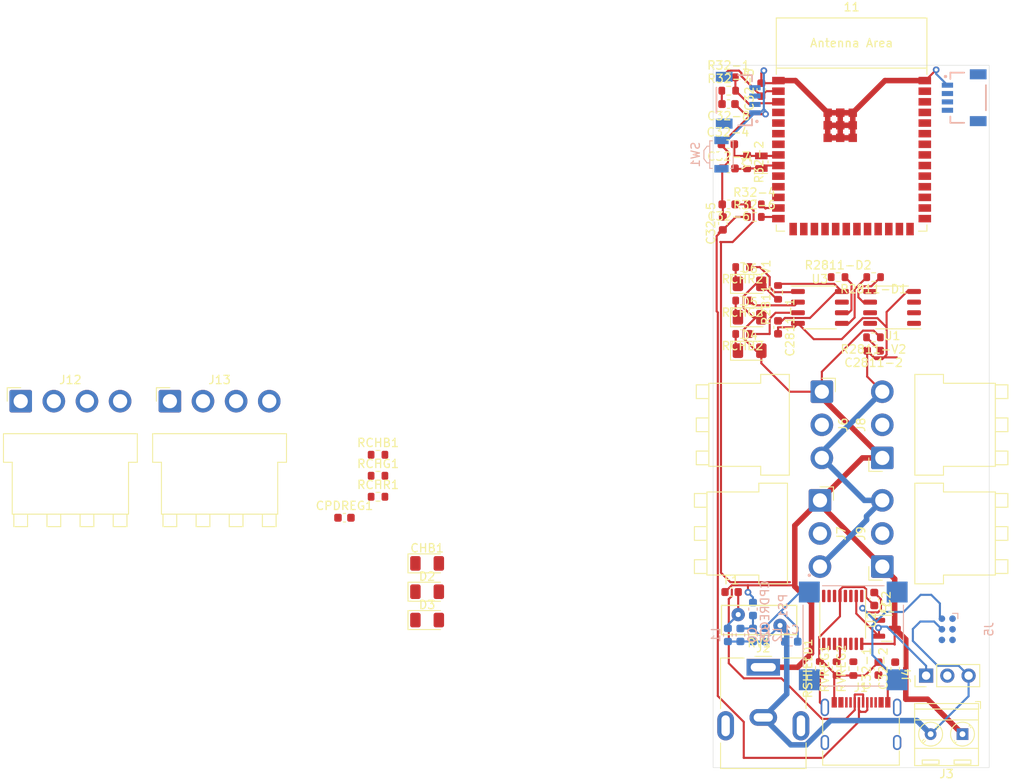
<source format=kicad_pcb>
(kicad_pcb (version 20221018) (generator pcbnew)
  (layers (0 "F.Cu" signal) (31 "B.Cu" signal) (34 "B.Paste" user) (35 "F.Paste" user) (36 "B.SilkS" user "B.Silkscreen") (37 "F.SilkS" user "F.Silkscreen") (38 "B.Mask" user) (39 "F.Mask" user) (44 "Edge.Cuts" user))
  (net 0 "")
  (net 1 "GND")
  (net 2 "+3.3V")
  (net 3 "Net-(11-EN)")
  (net 4 "Net-(11-GPIO4{slash}TOUCH4{slash}ADC1_CH3)")
  (net 5 "Net-(11-GPIO5{slash}TOUCH5{slash}ADC1_CH4)")
  (net 6 "Net-(11-GPIO6{slash}TOUCH6{slash}ADC1_CH5)")
  (net 7 "Net-(11-GPIO7{slash}TOUCH7{slash}ADC1_CH6)")
  (net 8 "Net-(11-GPIO15{slash}U0RTS{slash}ADC2_CH4{slash}XTAL_32K_P)")
  (net 9 "Net-(11-GPIO16{slash}U0CTS{slash}ADC2_CH5{slash}XTAL_32K_N)")
  (net 10 "Net-(11-GPIO17{slash}U1TXD{slash}ADC2_CH6)")
  (net 11 "Net-(11-GPIO18{slash}U1RXD{slash}ADC2_CH7{slash}CLK_OUT3)")
  (net 13 "Net-(11-GPIO19{slash}U1RTS{slash}ADC2_CH8{slash}CLK_OUT2{slash}USB_D-)")
  (net 14 "Net-(11-GPIO20{slash}U1CTS{slash}ADC2_CH9{slash}CLK_OUT1{slash}USB_D+)")
  (net 18 "Net-(11-GPIO10{slash}TOUCH10{slash}ADC1_CH9{slash}FSPICS0{slash}FSPIIO4{slash}SUBSPICS0)")
  (net 19 "Net-(11-GPIO11{slash}TOUCH11{slash}ADC2_CH0{slash}FSPID{slash}FSPIIO5{slash}SUBSPID)")
  (net 20 "Net-(11-GPIO12{slash}TOUCH12{slash}ADC2_CH1{slash}FSPICLK{slash}FSPIIO6{slash}SUBSPICLK)")
  (net 21 "Net-(11-GPIO13{slash}TOUCH13{slash}ADC2_CH2{slash}FSPIQ{slash}FSPIIO7{slash}SUBSPIQ)")
  (net 23 "Net-(11-GPIO21)")
  (net 27 "Net-(11-GPIO0{slash}BOOT)")
  (net 36 "Net-(11-U0RXD{slash}GPIO44{slash}CLK_OUT2)")
  (net 37 "Net-(11-U0TXD{slash}GPIO43{slash}CLK_OUT1)")
  (net 38 "Net-(11-GPIO2{slash}TOUCH2{slash}ADC1_CH1)")
  (net 39 "Net-(11-GPIO1{slash}TOUCH1{slash}ADC1_CH0)")
  (net 40 "Net-(C0-Pad1)")
  (net 41 "Net-(C32-5-Pad1)")
  (net 42 "Net-(C32-6-Pad1)")
  (net 43 "Net-(C32-8-Pad2)")
  (net 44 "Net-(U3-VDD)")
  (net 45 "Net-(U1-VDD)")
  (net 46 "Net-(Q1-D)")
  (net 47 "VDC")
  (net 48 "Net-(D2-K)")
  (net 49 "Net-(D3-K)")
  (net 50 "Net-(D4-K)")
  (net 51 "Net-(D5-K)")
  (net 52 "Net-(D6-K)")
  (net 53 "Net-(F1-Pad2)")
  (net 54 "Net-(J1-CC1)")
  (net 56 "Net-(J1-CC2)")
  (net 58 "Net-(J1-SHIELD)")
  (net 59 "Net-(U2-SEL)")
  (net 60 "Net-(Q1-G)")
  (net 61 "Net-(U1-OUTB)")
  (net 62 "Net-(U1-OUTG)")
  (net 63 "Net-(U1-OUTR)")
  (net 64 "Net-(U3-OUTB)")
  (net 65 "Net-(U3-OUTG)")
  (net 66 "Net-(U3-OUTR)")
  (net 67 "Net-(U1-DIN)")
  (net 68 "Net-(U3-DO)")
  (net 69 "Net-(U3-DIN)")
  (net 79 "Net-(PS1-+VIN)")
  (net 81 "Net-(CHB1-K)")
  (footprint "Resistor_SMD:R_0603_1608Metric" (layer "F.Cu") (at 206.765 118.1625 90)
    (fp_text reference "RVREG2")
    (fp_text value "5.1k")
  )
  (footprint "Capacitor_SMD:C_0603_1608Metric" (layer "F.Cu") (at 209.19 80.1375 180)
    (fp_text reference "C2811-2")
    (fp_text value "100nF")
  )
  (footprint "Resistor_SMD:R_0603_1608Metric" (layer "F.Cu") (at 194.94 62.6375)
    (fp_text reference "R32-4")
    (fp_text value "R_US")
  )
  (footprint "Resistor_SMD:R_0603_1608Metric" (layer "F.Cu") (at 149.945 97.605)
    (fp_text reference "RCHR1")
    (fp_text value "R_US")
  )
  (footprint "Resistor_SMD:R_0603_1608Metric" (layer "F.Cu") (at 193.525 74.1375 180)
    (fp_text reference "RCHG2")
    (fp_text value "R_US")
  )
  (footprint "Crystal:Crystal_SMD_MicroCrystal_CC8V-T1A-2Pin_2.0x1.2mm" (layer "F.Cu") (at 195.765 57.5875 90)
    (fp_text reference "Y1")
    (fp_text value "Crystal")
  )
  (footprint "Connector_JST:JST_VH_B4PS-VH_1x04_P3.96mm_Horizontal" (layer "F.Cu") (at 107.235 86.175)
    (fp_text reference "J12")
    (fp_text value "Conn_01x04_Male")
  )
  (footprint "PCM_Espressif:ESP32-S3-WROOM-2" (layer "F.Cu") (at 206.555 56.0875)
    (fp_text reference "11")
    (fp_text value "ESP32-S3-WROOM-2")
  )
  (footprint "Fuse:Fuse_0603_1608Metric" (layer "F.Cu") (at 192.2125 109)
    (fp_text reference "F1")
    (fp_text value "Fuse")
  )
  (footprint "Resistor_SMD:R_0603_1608Metric" (layer "F.Cu") (at 204.94 71.3375)
    (fp_text reference "R2811-D2")
    (fp_text value "33")
  )
  (footprint "Capacitor_SMD:C_0603_1608Metric" (layer "F.Cu") (at 211.765 118.1625 90)
    (fp_text reference "C32-2")
    (fp_text value "1uF")
  )
  (footprint "Package_SO:SOP-8_3.9x4.9mm_P1.27mm" (layer "F.Cu") (at 202.765 74.9625)
    (fp_text reference "U3")
    (fp_text value "WS2811")
  )
  (footprint "LED_SMD:LED_1206_3216Metric" (layer "F.Cu") (at 155.815 108.965)
    (fp_text reference "D2")
    (fp_text value "LED")
  )
  (footprint "Capacitor_SMD:C_0603_1608Metric" (layer "F.Cu") (at 209.765 118.1625 90)
    (fp_text reference "C32-1")
    (fp_text value "22uF")
  )
  (footprint "LED_SMD:LED_1206_3216Metric" (layer "F.Cu") (at 194.365 76.1375)
    (fp_text reference "D5")
    (fp_text value "LED")
  )
  (footprint "Capacitor_SMD:C_0603_1608Metric" (layer "F.Cu") (at 195.765 48.9125 90)
    (fp_text reference "C32-3")
    (fp_text value ".1uF")
  )
  (footprint "Resistor_SMD:R_0603_1608Metric" (layer "F.Cu") (at 194.94 64.1375)
    (fp_text reference "R32-6")
    (fp_text value "0")
  )
  (footprint "LED_SMD:LED_1206_3216Metric" (layer "F.Cu") (at 155.815 112.355)
    (fp_text reference "D3")
    (fp_text value "LED")
  )
  (footprint "Resistor_SMD:R_0603_1608Metric" (layer "F.Cu") (at 191.865 49.0375)
    (fp_text reference "R32-7")
    (fp_text value "33k")
  )
  (footprint "Capacitor_SMD:C_0603_1608Metric" (layer "F.Cu") (at 209.265 109.8375 -90)
    (fp_text reference "C2")
    (fp_text value "22uF 10V")
  )
  (footprint "Connector_JST:JST_VH_B3PS-VH_1x03_P3.96mm_Horizontal" (layer "F.Cu") (at 210.225 92.96 90)
    (fp_text reference "J8")
    (fp_text value "Conn_01x03_Male")
  )
  (footprint "LED_SMD:LED_1206_3216Metric" (layer "F.Cu") (at 194.365 80.1375)
    (fp_text reference "D4")
    (fp_text value "LED")
  )
  (footprint "Package_SO:TSSOP-16_4.4x5mm_P0.65mm" (layer "F.Cu") (at 205.49 112.3375 -90)
    (fp_text reference "U2")
    (fp_text value "IP2721")
  )
  (footprint "Capacitor_SMD:C_0603_1608Metric" (layer "F.Cu") (at 191.84 50.6375 180)
    (fp_text reference "C32-8")
    (fp_text value "0.1uF")
  )
  (footprint "TerminalBlock_MetzConnect:TerminalBlock_MetzConnect_Type086_RT03402HBLC_1x02_P3.81mm_Horizontal" (layer "F.Cu") (at 219.81 126 180)
    (fp_text reference "J3")
    (fp_text value "Screw_Terminal_01x02")
  )
  (footprint "Connector_BarrelJack:BarrelJack_CUI_PJ-063AH_Horizontal" (layer "F.Cu") (at 196 118)
    (fp_text reference "J2")
    (fp_text value "Barrel_Jack")
  )
  (footprint "Connector_JST:JST_VH_B3PS-VH_1x03_P3.96mm_Horizontal" (layer "F.Cu") (at 202.775 98.04 -90)
    (fp_text reference "J7")
    (fp_text value "Conn_01x03_Male")
  )
  (footprint "Package_SO:SOP-8_3.9x4.9mm_P1.27mm" (layer "F.Cu") (at 211.39 74.9625 180)
    (fp_text reference "U1")
    (fp_text value "WS2811")
  )
  (footprint "Capacitor_SMD:C_0603_1608Metric" (layer "F.Cu") (at 191.765 55.4375)
    (fp_text reference "C32-4")
    (fp_text value "12pF")
  )
  (footprint "Capacitor_SMD:C_0603_1608Metric" (layer "F.Cu") (at 197.765 77.3375 -90)
    (fp_text reference "C2811-1")
    (fp_text value "100nF")
  )
  (footprint "Resistor_SMD:R_0603_1608Metric" (layer "F.Cu") (at 209.19 71.3375 180)
    (fp_text reference "R2811-D1")
    (fp_text value "33")
  )
  (footprint "Capacitor_SMD:C_0603_1608Metric" (layer "F.Cu") (at 191.865 62.6375 180)
    (fp_text reference "C32-6")
    (fp_text value "47pF")
  )
  (footprint "Connector_JST:JST_VH_B4PS-VH_1x04_P3.96mm_Horizontal" (layer "F.Cu") (at 125.065 86.175)
    (fp_text reference "J13")
    (fp_text value "Conn_01x04_Male")
  )
  (footprint "Connector_USB:USB_C_Receptacle_G-Switch_GT-USB-7010ASV" (layer "F.Cu") (at 207.68 125.925)
    (fp_text reference "J1")
    (fp_text value "USB_C_Receptacle_USB2.0")
  )
  (footprint "Resistor_SMD:R_0603_1608Metric" (layer "F.Cu") (at 194.065 57.5625 -90)
    (fp_text reference "R32-2")
    (fp_text value "10M")
  )
  (footprint "Resistor_SMD:R_0603_1608Metric" (layer "F.Cu") (at 191.84 47.4375)
    (fp_text reference "R32-1")
    (fp_text value "10k")
  )
  (footprint "Resistor_SMD:R_0603_1608Metric" (layer "F.Cu") (at 204.765 118.1625 90)
    (fp_text reference "RVREG1")
    (fp_text value "5.1k")
  )
  (footprint "Resistor_SMD:R_0603_1608Metric" (layer "F.Cu") (at 193.525 78.1375 180)
    (fp_text reference "RCHB2")
    (fp_text value "R_US")
  )
  (footprint "Resistor_SMD:R_0603_1608Metric" (layer "F.Cu") (at 149.945 95.095)
    (fp_text reference "RCHG1")
    (fp_text value "R_US")
  )
  (footprint "Capacitor_SMD:C_0603_1608Metric" (layer "F.Cu") (at 191.84 58.3375)
    (fp_text reference "C32-7")
    (fp_text value "12pF")
  )
  (footprint "Resistor_SMD:R_0603_1608Metric" (layer "F.Cu") (at 209.165 78.5375 180)
    (fp_text reference "R2811-V2")
    (fp_text value "2.7k")
  )
  (footprint "Resistor_SMD:R_0603_1608Metric" (layer "F.Cu") (at 193.525 70.1375 180)
    (fp_text reference "RCHR2")
    (fp_text value "R_US")
  )
  (footprint "Resistor_SMD:R_0603_1608Metric" (layer "F.Cu") (at 149.945 92.585)
    (fp_text reference "RCHB1")
    (fp_text value "R_US")
  )
  (footprint "LED_SMD:LED_1206_3216Metric" (layer "F.Cu") (at 194.365 72.1375)
    (fp_text reference "D6")
    (fp_text value "LED")
  )
  (footprint "Varistor:RV_Disc_D9mm_W3.5mm_P5mm" (layer "F.Cu") (at 193 111.7)
    (fp_text reference "RV1")
    (fp_text value "S20K30")
  )
  (footprint "LED_SMD:LED_1206_3216Metric" (layer "F.Cu") (at 155.815 105.575)
    (fp_text reference "CHB1")
    (fp_text value "LED")
  )
  (footprint "Capacitor_SMD:C_0603_1608Metric" (layer "F.Cu") (at 145.935 100.115)
    (fp_text reference "CPDREG1")
    (fp_text value "1uF")
  )
  (footprint "Connector_JST:JST_VH_B3PS-VH_1x03_P3.96mm_Horizontal" (layer "F.Cu") (at 210.225 105.96 90)
    (fp_text reference "J9")
    (fp_text value "Conn_01x03_Male")
  )
  (footprint "Package_TO_SOT_SMD:SOT-23" (layer "F.Cu") (at 210.765 113.3375)
    (fp_text reference "Q1")
    (fp_text value "Q_NMOS_GDS")
  )
  (footprint "Connector_JST:JST_VH_B3PS-VH_1x03_P3.96mm_Horizontal" (layer "F.Cu") (at 203 85.04 -90)
    (fp_text reference "J6")
    (fp_text value "Conn_01x03_Male")
  )
  (footprint "Connector_PinHeader_2.54mm:PinHeader_1x03_P2.54mm_Vertical" (layer "F.Cu") (at 215.46 119 90)
    (fp_text reference "J4")
    (fp_text value "CONN_03")
  )
  (footprint "Resistor_SMD:R_0603_1608Metric" (layer "F.Cu") (at 202.765 118.1375 90)
    (fp_text reference "RSHIELD1")
    (fp_text value "33K")
  )
  (footprint "Resistor_SMD:R_0603_1608Metric" (layer "F.Cu") (at 197.765 73.1625 90)
    (fp_text reference "R2811-V1")
    (fp_text value "2.7k")
  )
  (footprint "Capacitor_SMD:C_0603_1608Metric" (layer "F.Cu") (at 191.165 64.9125 90)
    (fp_text reference "C32-5")
    (fp_text value "47pF")
  )
  (footprint "SFE-Connectors:JST04_1MM_RA" (layer "B.Cu") (at 195 50.1775 90)
    (fp_text reference "J10")
    (fp_text value "I2C_STANDARDQWIIC")
  )
  (footprint "SFE-Connectors:JST04_1MM_RA" (layer "B.Cu") (at 218.011 49.8775 -90)
    (fp_text reference "J11")
    (fp_text value "I2C_STANDARDQWIIC")
  )
  (footprint "Capacitor_SMD:C_0603_1608Metric" (layer "B.Cu") (at 194.765 111.0375 90)
    (fp_text reference "CPDREG2")
    (fp_text value "10UF")
  )
  (footprint "Capacitor_SMD:C_0603_1608Metric" (layer "B.Cu") (at 194.765 114.1375 90)
    (fp_text reference "C5")
    (fp_text value "4.7uF (50v)")
  )
  (footprint "Button_Switch_SMD:SW_SPST_B3U-3000P-B" (layer "B.Cu") (at 191 56.6775 -90)
    (fp_text reference "SW1")
    (fp_text value "SW_Push_45deg")
  )
  (footprint "Inductor_SMD:L_0603_1608Metric" (layer "B.Cu") (at 191.765 114.1375 -90)
    (fp_text reference "L1")
    (fp_text value "82uH")
  )
  (footprint "Capacitor_SMD:C_0603_1608Metric" (layer "B.Cu") (at 199.34 114.9375 180)
    (fp_text reference "C1")
    (fp_text value "10uF (50v)")
  )
  (footprint "Capacitor_SMD:C_0603_1608Metric" (layer "B.Cu") (at 193.265 114.1375 90)
    (fp_text reference "C0")
    (fp_text value "680uF (50v)")
  )
  (footprint "Connector:Tag-Connect_TC2030-IDC-FP_2x03_P1.27mm_Vertical" (layer "B.Cu") (at 217.984 113.46 -90)
    (fp_text reference "J5")
    (fp_text value "TC2030-IDC_ESP")
  )
  (footprint "Inductor_SMD:L_0603_1608Metric" (layer "B.Cu") (at 196.265 114.1375 90)
    (fp_text reference "L2")
    (fp_text value "22uH")
  )
  (footprint "K7815JT_500R3_LB:CONV_K7815JT-500R3-LB" (layer "B.Cu") (at 206.75 114.25 -90)
    (fp_text reference "PS1")
    (fp_text value "K7815JT-500R3-LB")
  )
  (gr_rect (start 190 46) (end 223 130) (stroke (width 0.05)) (fill none) (layer "Edge.Cuts"))
  (segment (start 195.765 48.1375) (end 197.495 48.1375) (width 0.25) (layer "F.Cu") (net 1))
  (segment (start 203.695 53.1775) (end 206.695 53.1775) (width 0.66) (layer "F.Cu") (net 1))
  (segment (start 208.415 83.23) (end 210.225 85.04) (width 0.25) (layer "F.Cu") (net 1))
  (segment (start 200.14 76.8675) (end 202.029673 78.757173) (width 0.25) (layer "F.Cu") (net 1))
  (segment (start 210.88 122.2) (end 210.88 119.8225) (width 0.25) (layer "F.Cu") (net 1))
  (segment (start 190.99 55.4375) (end 190.99 55.565828) (width 0.25) (layer "F.Cu") (net 1))
  (segment (start 205.165 109.475) (end 205.165 111.908688) (width 0.25) (layer "F.Cu") (net 1))
  (segment (start 203.695 51.6775) (end 206.695 51.6775) (width 0.66) (layer "F.Cu") (net 1))
  (segment (start 205.49 108.4125) (end 205.165 108.737501) (width 0.25) (layer "F.Cu") (net 1))
  (segment (start 205.165 108.737501) (end 205.165 109.475) (width 0.25) (layer "F.Cu") (net 1))
  (segment (start 210.74 77.341592) (end 210.74 80.621552) (width 0.25) (layer "F.Cu") (net 1))
  (segment (start 209.640908 76.2425) (end 210.74 77.341592) (width 0.25) (layer "F.Cu") (net 1))
  (segment (start 191.779 57.6235) (end 191.065 58.3375) (width 0.25) (layer "F.Cu") (net 1))
  (segment (start 199.845 47.8275) (end 203.695 51.6775) (width 0.66) (layer "F.Cu") (net 1))
  (segment (start 194.59 51.8375) (end 196.265 51.8375) (width 0.25) (layer "F.Cu") (net 1))
  (segment (start 211.315 118.9375) (end 209.765 117.3875) (width 0.25) (layer "F.Cu") (net 1))
  (segment (start 193.815 51.8375) (end 196.265 51.8375) (width 0.25) (layer "F.Cu") (net 1))
  (segment (start 191.165 64.1375) (end 191.165 62.7125) (width 0.25) (layer "F.Cu") (net 1))
  (segment (start 203.09 117.3125) (end 204.765 118.9875) (width 0.25) (layer "F.Cu") (net 1))
  (segment (start 207.889092 76.2425) (end 209.640908 76.2425) (width 0.25) (layer "F.Cu") (net 1))
  (segment (start 204.765 118.9875) (end 206.765 118.9875) (width 0.25) (layer "F.Cu") (net 1))
  (segment (start 208.165 118.9875) (end 209.765 117.3875) (width 0.25) (layer "F.Cu") (net 1))
  (segment (start 206.695 51.6775) (end 206.695 54.6775) (width 0.66) (layer "F.Cu") (net 1))
  (segment (start 203.695 54.6775) (end 203.695 51.6775) (width 0.66) (layer "F.Cu") (net 1))
  (segment (start 191.09 62.6375) (end 191.09 58.3625) (width 0.25) (layer "F.Cu") (net 1))
  (segment (start 205.195 51.6775) (end 205.195 54.6775) (width 0.66) (layer "F.Cu") (net 1))
  (segment (start 213.190001 73.0575) (end 210.74 75.507501) (width 0.25) (layer "F.Cu") (net 1))
  (segment (start 204.48 122.2) (end 204.48 119.2725) (width 0.25) (layer "F.Cu") (net 1))
  (segment (start 195.765 46.9375) (end 196.065 46.6375) (width 0.25) (layer "F.Cu") (net 1))
  (segment (start 190.99 55.565828) (end 191.779 56.354828) (width 0.25) (layer "F.Cu") (net 1))
  (segment (start 190.99 55.4375) (end 194.59 51.8375) (width 0.25) (layer "F.Cu") (net 1))
  (segment (start 202.765 117.3125) (end 203.09 117.3125) (width 0.25) (layer "F.Cu") (net 1))
  (segment (start 202.029673 78.757173) (end 205.374419 78.757173) (width 0.25) (layer "F.Cu") (net 1))
  (segment (start 205.374419 78.757173) (end 207.889092 76.2425) (width 0.25) (layer "F.Cu") (net 1))
  (segment (start 215.305 47.8275) (end 215.375 47.8275) (width 0.25) (layer "F.Cu") (net 1))
  (segment (start 195.765 48.1375) (end 195.765 46.9375) (width 0.25) (layer "F.Cu") (net 1))
  (segment (start 191.779 56.354828) (end 191.779 57.6235) (width 0.25) (layer "F.Cu") (net 1))
  (segment (start 209.415 81.1375) (end 208.415 80.1375) (width 0.25) (layer "F.Cu") (net 1))
  (segment (start 211.965 80.9375) (end 209.215 80.9375) (width 0.25) (layer "F.Cu") (net 1))
  (segment (start 197.765 78.1125) (end 197.765 77.3375) (width 0.25) (layer "F.Cu") (net 1))
  (segment (start 191.09 58.3625) (end 191.065 58.3375) (width 0.25) (layer "F.Cu") (net 1))
  (segment (start 210.224052 81.1375) (end 209.415 81.1375) (width 0.25) (layer "F.Cu") (net 1))
  (segment (start 210.88 119.8225) (end 211.765 118.9375) (width 0.25) (layer "F.Cu") (net 1))
  (segment (start 197.495 48.1375) (end 197.805 47.8275) (width 0.25) (layer "F.Cu") (net 1))
  (segment (start 192.615 50.6375) (end 193.815 51.8375) (width 0.25) (layer "F.Cu") (net 1))
  (segment (start 215.375 47.8275) (end 216.665 46.5375) (width 0.25) (layer "F.Cu") (net 1))
  (segment (start 210.545 47.8275) (end 215.305 47.8275) (width 0.66) (layer "F.Cu") (net 1))
  (segment (start 202.69 117.2375) (end 202.765 117.3125) (width 0.25) (layer "F.Cu") (net 1))
  (segment (start 191.165 62.7125) (end 191.09 62.6375) (width 0.25) (layer "F.Cu") (net 1))
  (segment (start 214.015 73.0575) (end 213.190001 73.0575) (width 0.25) (layer "F.Cu") (net 1))
  (segment (start 202.69 114.383688) (end 202.69 117.2375) (width 0.25) (layer "F.Cu") (net 1))
  (segment (start 208.043812 108.4125) (end 205.49 108.4125) (width 0.25) (layer "F.Cu") (net 1))
  (segment (start 209.215 80.9375) (end 208.415 80.1375) (width 0.25) (layer "F.Cu") (net 1))
  (segment (start 208.29 109.6375) (end 208.29 108.658688) (width 0.25) (layer "F.Cu") (net 1))
  (segment (start 204.48 119.2725) (end 204.765 118.9875) (width 0.25) (layer "F.Cu") (net 1))
  (segment (start 208.415 80.1375) (end 208.415 83.23) (width 0.25) (layer "F.Cu") (net 1))
  (segment (start 206.765 118.9875) (end 208.165 118.9875) (width 0.25) (layer "F.Cu") (net 1))
  (segment (start 197.765 77.3375) (end 199.67 77.3375) (width 0.25) (layer "F.Cu") (net 1))
  (segment (start 199.67 77.3375) (end 200.14 76.8675) (width 0.25) (layer "F.Cu") (net 1))
  (segment (start 211.765 118.9375) (end 211.315 118.9375) (width 0.25) (layer "F.Cu") (net 1))
  (segment (start 209.265 110.6125) (end 208.29 109.6375) (width 0.25) (layer "F.Cu") (net 1))
  (segment (start 197.805 47.8275) (end 199.845 47.8275) (width 0.66) (layer "F.Cu") (net 1))
  (segment (start 205.165 111.908688) (end 202.69 114.383688) (width 0.25) (layer "F.Cu") (net 1))
  (segment (start 210.74 80.621552) (end 210.224052 81.1375) (width 0.25) (layer "F.Cu") (net 1))
  (segment (start 208.29 108.658688) (end 208.043812 108.4125) (width 0.25) (layer "F.Cu") (net 1))
  (segment (start 210.74 75.507501) (end 210.74 77.341592) (width 0.25) (layer "F.Cu") (net 1))
  (segment (start 206.695 51.6775) (end 210.545 47.8275) (width 0.66) (layer "F.Cu") (net 1))
  (segment (start 203.695 54.6775) (end 206.695 54.6775) (width 0.66) (layer "F.Cu") (net 1))
  (via (at 196.265 51.8375) (size 0.8) (drill 0.4) (layers "F.Cu" "B.Cu") (net 1))
  (via (at 196.065 46.6375) (size 0.8) (drill 0.4) (layers "F.Cu" "B.Cu") (net 1))
  (via (at 216.665 46.5375) (size 0.8) (drill 0.4) (layers "F.Cu" "B.Cu") (net 1))
  (segment (start 194.765 113.3625) (end 195.515 114.1125) (width 0.25) (layer "B.Cu") (net 1))
  (segment (start 193.265 113.3625) (end 194.765 113.3625) (width 0.25) (layer "B.Cu") (net 1))
  (segment (start 220.54 121.46) (end 216 126) (width 0.25) (layer "B.Cu") (net 1))
  (segment (start 213.87755 113.42495) (end 213.87755 114.850051) (width 0.25) (layer "B.Cu") (net 1))
  (segment (start 216.852499 117.825) (end 219.365 117.825) (width 0.25) (layer "B.Cu") (net 1))
  (segment (start 196.265 51.4375) (end 196.065 51.2375) (width 0.25) (layer "B.Cu") (net 1))
  (segment (start 210.225 85.04) (end 203 92.265) (width 0.66) (layer "B.Cu") (net 1))
  (segment (start 191.7 54.9775) (end 191 54.9775) (width 0.25) (layer "B.Cu") (net 1))
  (segment (start 203 92.265) (end 203 92.96) (width 0.66) (layer "B.Cu") (net 1))
  (segment (start 198.565 114.9375) (end 198.799999 114.9375) (width 0.25) (layer "B.Cu") (net 1))
  (segment (start 208.345 100.39) (end 202.775 105.96) (width 0.66) (layer "B.Cu") (net 1))
  (segment (start 216.41755 112.52855) (end 214.77395 112.52855) (width 0.25) (layer "B.Cu") (net 1))
  (segment (start 199.28 127.28) (end 201.133747 127.28) (width 0.66) (layer "B.Cu") (net 1))
  (segment (start 213.87755 114.850051) (end 216.852499 117.825) (width 0.25) (layer "B.Cu") (net 1))
  (segment (start 217.349 113.46) (end 216.41755 112.52855) (width 0.25) (layer "B.Cu") (net 1))
  (segment (start 203 92.96) (end 208.08 98.04) (width 0.66) (layer "B.Cu") (net 1))
  (segment (start 208.08 98.04) (end 210.225 98.04) (width 0.66) (layer "B.Cu") (net 1))
  (segment (start 198 113) (end 198.799999 113.799999) (width 0.66) (layer "B.Cu") (net 1))
  (segment (start 196.265 51.8375) (end 196.265 51.4375) (width 0.25) (layer "B.Cu") (net 1))
  (segment (start 198.799999 121.200001) (end 196 124) (width 0.66) (layer "B.Cu") (net 1))
  (segment (start 214.77395 112.52855) (end 213.87755 113.42495) (width 0.25) (layer "B.Cu") (net 1))
  (segment (start 196 124) (end 199.28 127.28) (width 0.66) (layer "B.Cu") (net 1))
  (segment (start 204.033747 124.38) (end 214.38 124.38) (width 0.66) (layer "B.Cu") (net 1))
  (segment (start 216.665 46.5375) (end 216.665 47.0315) (width 0.25) (layer "B.Cu") (net 1))
  (segment (start 219.365 117.825) (end 220.54 119) (width 0.25) (layer "B.Cu") (net 1))
  (segment (start 198.799999 113.799999) (end 198.799999 114.9375) (width 0.66) (layer "B.Cu") (net 1))
  (segment (start 196.065 46.6375) (end 196.065 51.2375) (width 0.25) (layer "B.Cu") (net 1))
  (segment (start 196.065 51.2375) (end 195.625 51.6775) (width 0.25) (layer "B.Cu") (net 1))
  (segment (start 210.225 98.04) (end 208.345 99.92) (width 0.66) (layer "B.Cu") (net 1))
  (segment (start 195.515 114.1125) (end 196.8875 114.1125) (width 0.25) (layer "B.Cu") (net 1))
  (segment (start 194.765 111.8125) (end 194.765 113.3625) (width 0.25) (layer "B.Cu") (net 1))
  (segment (start 198.799999 114.9375) (end 198.799999 121.200001) (width 0.66) (layer "B.Cu") (net 1))
  (segment (start 196.8875 114.1125) (end 198 113) (width 0.25) (layer "B.Cu") (net 1))
  (segment (start 220.54 119) (end 220.54 121.46) (width 0.25) (layer "B.Cu") (net 1))
  (segment (start 195.625 51.6775) (end 195 51.6775) (width 0.25) (layer "B.Cu") (net 1))
  (segment (start 208.345 99.92) (end 208.345 100.39) (width 0.66) (layer "B.Cu") (net 1))
  (segment (start 214.38 124.38) (end 216 126) (width 0.66) (layer "B.Cu") (net 1))
  (segment (start 216.665 47.0315) (end 218.011 48.3775) (width 0.25) (layer "B.Cu") (net 1))
  (segment (start 195 51.6775) (end 191.7 54.9775) (width 0.25) (layer "B.Cu") (net 1))
  (segment (start 201.133747 127.28) (end 204.033747 124.38) (width 0.66) (layer "B.Cu") (net 1))
  (segment (start 193.39 47.3125) (end 193.39 46.939496) (width 0.25) (layer "F.Cu") (net 2))
  (segment (start 197.805 49.0975) (end 196.355 49.0975) (width 0.25) (layer "F.Cu") (net 2))
  (segment (start 191.815 46.6375) (end 191.015 47.4375) (width 0.25) (layer "F.Cu") (net 2))
  (segment (start 210.065 109.8625) (end 210.065 111.071552) (width 0.25) (layer "F.Cu") (net 2))
  (segment (start 193.39 46.939496) (end 193.088004 46.6375) (width 0.25) (layer "F.Cu") (net 2))
  (segment (start 196.355 49.0975) (end 195.765 49.6875) (width 0.25) (layer "F.Cu") (net 2))
  (segment (start 193.088004 46.6375) (end 191.815 46.6375) (width 0.25) (layer "F.Cu") (net 2))
  (segment (start 209.699052 111.4375) (end 208.365 111.4375) (width 0.25) (layer "F.Cu") (net 2))
  (segment (start 209.265 109.0625) (end 210.065 109.8625) (width 0.25) (layer "F.Cu") (net 2))
  (segment (start 208.365 111.4375) (end 207.865 110.9375) (width 0.25) (layer "F.Cu") (net 2))
  (segment (start 210.065 111.071552) (end 209.699052 111.4375) (width 0.25) (layer "F.Cu") (net 2))
  (segment (start 195.765 49.6875) (end 193.39 47.3125) (width 0.25) (layer "F.Cu") (net 2))
  (via (at 207.865 110.9375) (size 0.8) (drill 0.4) (layers "F.Cu" "B.Cu") (net 2))
  (segment (start 216.076795 109.3375) (end 214.811205 109.3375) (width 0.25) (layer "B.Cu") (net 2))
  (segment (start 217.349 112.19) (end 217.1097 111.9507) (width 0.25) (layer "B.Cu") (net 2))
  (segment (start 209.427098 112.499598) (end 209.527098 112.499598) (width 0.25) (layer "B.Cu") (net 2))
  (segment (start 209.527098 112.499598) (end 209.04 112.986695) (width 0.25) (layer "B.Cu") (net 2))
  (segment (start 209.04 112.986695) (end 209.04 116.54) (width 0.25) (layer "B.Cu") (net 2))
  (segment (start 214.811205 109.3375) (end 212.765 111.383705) (width 0.25) (layer "B.Cu") (net 2))
  (segment (start 207.865 110.9375) (end 209.427098 112.499598) (width 0.25) (layer "B.Cu") (net 2))
  (segment (start 217.1097 110.370405) (end 216.076795 109.3375) (width 0.25) (layer "B.Cu") (net 2))
  (segment (start 212.765 111.383705) (end 210.64299 111.383705) (width 0.25) (layer "B.Cu") (net 2))
  (segment (start 210.64299 111.383705) (end 209.527098 112.499598) (width 0.25) (layer "B.Cu") (net 2))
  (segment (start 217.1097 111.9507) (end 217.1097 110.370405) (width 0.25) (layer "B.Cu") (net 2))
  (segment (start 209.04 116.54) (end 212 119.5) (width 0.25) (layer "B.Cu") (net 2))
  (segment (start 192.665 47.4375) (end 192.665 49.0125) (width 0.25) (layer "F.Cu") (net 3))
  (segment (start 195.465 50.5375) (end 197.635 50.5375) (width 0.25) (layer "F.Cu") (net 3))
  (segment (start 194.29 50.6375) (end 195.365 50.6375) (width 0.25) (layer "F.Cu") (net 3))
  (segment (start 195.365 50.6375) (end 195.465 50.5375) (width 0.25) (layer "F.Cu") (net 3))
  (segment (start 192.69 49.0375) (end 194.29 50.6375) (width 0.25) (layer "F.Cu") (net 3))
  (segment (start 192.665 49.0125) (end 192.69 49.0375) (width 0.25) (layer "F.Cu") (net 3))
  (segment (start 197.635 50.5375) (end 197.805 50.3675) (width 0.25) (layer "F.Cu") (net 3))
  (segment (start 192.54 56.8125) (end 192.54 55.4375) (width 0.25) (layer "F.Cu") (net 8))
  (segment (start 192.565 56.8375) (end 193.965 56.8375) (width 0.25) (layer "F.Cu") (net 8))
  (segment (start 195.765 56.8375) (end 194.165 56.8375) (width 0.25) (layer "F.Cu") (net 8))
  (segment (start 197.685 56.8375) (end 197.805 56.7175) (width 0.25) (layer "F.Cu") (net 8))
  (segment (start 192.565 56.8375) (end 192.54 56.8125) (width 0.25) (layer "F.Cu") (net 8))
  (segment (start 193.965 56.8375) (end 194.065 56.7375) (width 0.25) (layer "F.Cu") (net 8))
  (segment (start 194.165 56.8375) (end 194.065 56.7375) (width 0.25) (layer "F.Cu") (net 8))
  (segment (start 195.765 56.8375) (end 197.685 56.8375) (width 0.25) (layer "F.Cu") (net 8))
  (segment (start 197.805 57.9875) (end 196.115 57.9875) (width 0.25) (layer "F.Cu") (net 9))
  (segment (start 196.115 57.9875) (end 195.765 58.3375) (width 0.25) (layer "F.Cu") (net 9))
  (segment (start 192.665 58.3875) (end 192.615 58.3375) (width 0.25) (layer "F.Cu") (net 9))
  (segment (start 195.765 58.3375) (end 194.115 58.3375) (width 0.25) (layer "F.Cu") (net 9))
  (segment (start 194.115 58.3375) (end 194.065 58.3875) (width 0.25) (layer "F.Cu") (net 9))
  (segment (start 194.065 58.3875) (end 192.665 58.3875) (width 0.25) (layer "F.Cu") (net 9))
  (segment (start 196.265 63.1375) (end 196.335 63.0675) (width 0.25) (layer "F.Cu") (net 13))
  (segment (start 195.765 62.6375) (end 196.265 63.1375) (width 0.25) (layer "F.Cu") (net 13))
  (segment (start 196.335 63.0675) (end 197.805 63.0675) (width 0.25) (layer "F.Cu") (net 13))
  (segment (start 197.605 64.1375) (end 197.805 64.3375) (width 0.25) (layer "F.Cu") (net 14))
  (segment (start 195.765 64.1375) (end 197.605 64.1375) (width 0.25) (layer "F.Cu") (net 14))
  (segment (start 194.7775 114.925) (end 194.765 114.9125) (width 0.25) (layer "B.Cu") (net 40))
  (segment (start 191.765 114.925) (end 193.2525 114.925) (width 0.25) (layer "B.Cu") (net 40))
  (segment (start 193.265 114.9125) (end 194.765 114.9125) (width 0.25) (layer "B.Cu") (net 40))
  (segment (start 196.265 114.925) (end 194.7775 114.925) (width 0.25) (layer "B.Cu") (net 40))
  (segment (start 193.2525 114.925) (end 193.265 114.9125) (width 0.25) (layer "B.Cu") (net 40))
  (segment (start 190.565 75.5576) (end 190.565 121.4375) (width 0.25) (layer "F.Cu") (net 41))
  (segment (start 191.015 65.6875) (end 190.665 66.0375) (width 0.25) (layer "F.Cu") (net 41))
  (segment (start 203.089226 128.8375) (end 207.43 124.496726) (width 0.25) (layer "F.Cu") (net 41))
  (segment (start 207.43 124.496726) (end 207.43 122.2) (width 0.25) (layer "F.Cu") (net 41))
  (segment (start 193.665 124.5375) (end 193.665 128.8375) (width 0.25) (layer "F.Cu") (net 41))
  (segment (start 191.165 65.6875) (end 190.425 66.4275) (width 0.25) (layer "F.Cu") (net 41))
  (segment (start 207.43 123.12) (end 207.6475 123.3375) (width 0.25) (layer "F.Cu") (net 41))
  (segment (start 190.425 66.4275) (end 190.425 75.4176) (width 0.25) (layer "F.Cu") (net 41))
  (segment (start 192.715 64.1375) (end 191.165 65.6875) (width 0.25) (layer "F.Cu") (net 41))
  (segment (start 193.665 128.8375) (end 203.089226 128.8375) (width 0.25) (layer "F.Cu") (net 41))
  (segment (start 194.115 64.1375) (end 192.715 64.1375) (width 0.25) (layer "F.Cu") (net 41))
  (segment (start 208.43 123.12) (end 208.43 122.2) (width 0.25) (layer "F.Cu") (net 41))
  (segment (start 207.6475 123.3375) (end 208.2125 123.3375) (width 0.25) (layer "F.Cu") (net 41))
  (segment (start 190.565 121.4375) (end 193.665 124.5375) (width 0.25) (layer "F.Cu") (net 41))
  (segment (start 190.425 75.4176) (end 190.565 75.5576) (width 0.25) (layer "F.Cu") (net 41))
  (segment (start 208.2125 123.3375) (end 208.43 123.12) (width 0.25) (layer "F.Cu") (net 41))
  (segment (start 191.165 65.6875) (end 191.015 65.6875) (width 0.25) (layer "F.Cu") (net 41))
  (segment (start 207.43 122.2) (end 207.43 123.12) (width 0.25) (layer "F.Cu") (net 41))
  (segment (start 206.93 122.2) (end 206.93 123.12) (width 0.25) (layer "F.Cu") (net 42))
  (segment (start 193.675 119.325) (end 191.875 117.525) (width 0.25) (layer "F.Cu") (net 42))
  (segment (start 207.93 122.2) (end 207.93 121.28) (width 0.25) (layer "F.Cu") (net 42))
  (segment (start 192.64 62.5625) (end 192.665 62.5375) (width 0.25) (layer "F.Cu") (net 42))
  (segment (start 190.865 67.1375) (end 190.942 67.2145) (width 0.25) (layer "F.Cu") (net 42))
  (segment (start 194.84 63.3625) (end 194.84 64.635504) (width 0.25) (layer "F.Cu") (net 42))
  (segment (start 192.765 62.6375) (end 194.115 62.6375) (width 0.25) (layer "F.Cu") (net 42))
  (segment (start 206.93 121.28) (end 206.93 122.2) (width 0.25) (layer "F.Cu") (net 42))
  (segment (start 207.93 121.28) (end 207.905 121.255) (width 0.25) (layer "F.Cu") (net 42))
  (segment (start 206.955 121.255) (end 206.93 121.28) (width 0.25) (layer "F.Cu") (net 42))
  (segment (start 198.168274 119.325) (end 193.675 119.325) (width 0.25) (layer "F.Cu") (net 42))
  (segment (start 205.875 124.175) (end 203.018274 124.175) (width 0.25) (layer "F.Cu") (net 42))
  (segment (start 190.942 67.2145) (end 190.942 106.696158) (width 0.25) (layer "F.Cu") (net 42))
  (segment (start 191.875 109.85004) (end 192.2375 109.48754) (width 0.25) (layer "F.Cu") (net 42))
  (segment (start 207.905 121.255) (end 206.955 121.255) (width 0.25) (layer "F.Cu") (net 42))
  (segment (start 192.665 62.5375) (end 192.765 62.6375) (width 0.25) (layer "F.Cu") (net 42))
  (segment (start 206.93 123.12) (end 205.875 124.175) (width 0.25) (layer "F.Cu") (net 42))
  (segment (start 192.64 62.6375) (end 192.64 62.5625) (width 0.25) (layer "F.Cu") (net 42))
  (segment (start 192.2375 109.48754) (end 192.2375 108.720658) (width 0.25) (layer "F.Cu") (net 42))
  (segment (start 203.018274 124.175) (end 198.168274 119.325) (width 0.25) (layer "F.Cu") (net 42))
  (segment (start 192.338004 67.1375) (end 190.865 67.1375) (width 0.25) (layer "F.Cu") (net 42))
  (segment (start 194.84 64.635504) (end 192.338004 67.1375) (width 0.25) (layer "F.Cu") (net 42))
  (segment (start 194.115 62.6375) (end 194.84 63.3625) (width 0.25) (layer "F.Cu") (net 42))
  (segment (start 191.875 117.525) (end 191.875 109.85004) (width 0.25) (layer "F.Cu") (net 42))
  (segment (start 190.942 106.696158) (end 192.068842 107.823) (width 0.25) (layer "F.Cu") (net 42))
  (segment (start 192.068842 107.823) (end 199.183 107.823) (width 0.25) (layer "F.Cu") (net 42))
  (segment (start 191.065 50.5375) (end 191.165 50.4375) (width 0.25) (layer "F.Cu") (net 43))
  (segment (start 191.065 50.6375) (end 191.065 50.5375) (width 0.25) (layer "F.Cu") (net 43))
  (segment (start 191.04 50.3125) (end 191.04 49.0375) (width 0.25) (layer "F.Cu") (net 43))
  (segment (start 191.165 50.4375) (end 191.04 50.3125) (width 0.25) (layer "F.Cu") (net 43))
  (segment (start 198.24 76.5625) (end 198.58 76.2225) (width 0.25) (layer "F.Cu") (net 44))
  (segment (start 198.58 76.2225) (end 201.58 76.2225) (width 0.25) (layer "F.Cu") (net 44))
  (segment (start 204.745 73.0575) (end 205.39 73.0575) (width 0.25) (layer "F.Cu") (net 44))
  (segment (start 197.765 76.5625) (end 198.24 76.5625) (width 0.25) (layer "F.Cu") (net 44))
  (segment (start 204.47 72.1375) (end 205.39 73.0575) (width 0.25) (layer "F.Cu") (net 44))
  (segment (start 197.765 72.1375) (end 204.47 72.1375) (width 0.25) (layer "F.Cu") (net 44))
  (segment (start 201.58 76.2225) (end 204.745 73.0575) (width 0.25) (layer "F.Cu") (net 44))
  (segment (start 197.765 72.3375) (end 197.765 72.1375) (width 0.25) (layer "F.Cu") (net 44))
  (segment (start 209.965 80.1375) (end 209.94 80.1375) (width 0.25) (layer "F.Cu") (net 45))
  (segment (start 209.94 80.1375) (end 208.34 78.5375) (width 0.25) (layer "F.Cu") (net 45))
  (segment (start 207.115 111.575) (end 207.115 109.475) (width 0.25) (layer "F.Cu") (net 46))
  (segment (start 209.8275 114.2875) (end 207.115 111.575) (width 0.25) (layer "F.Cu") (net 46))
  (segment (start 209.8275 113.3495) (end 209.765 113.287) (width 0.25) (layer "F.Cu") (net 46))
  (segment (start 209.8275 114.2875) (end 209.8275 113.3495) (width 0.25) (layer "F.Cu") (net 46))
  (via (at 209.765 113.287) (size 0.8) (drill 0.4) (layers "F.Cu" "B.Cu") (net 46))
  (segment (start 215.46 117.8325) (end 210.765 113.1375) (width 0.25) (layer "B.Cu") (net 46))
  (segment (start 210.765 113.1375) (end 209.765 113.1375) (width 0.25) (layer "B.Cu") (net 46))
  (segment (start 209.765 113.1375) (end 209.765 113.287) (width 0.25) (layer "B.Cu") (net 46))
  (segment (start 215.46 119) (end 215.46 117.8325) (width 0.25) (layer "B.Cu") (net 46))
  (segment (start 195.126996 76.1375) (end 193.625 77.639496) (width 0.25) (layer "F.Cu") (net 47))
  (segment (start 195.126996 80.1375) (end 195.765 80.1375) (width 0.25) (layer "F.Cu") (net 47))
  (segment (start 197.615 74.1375) (end 197.765 73.9875) (width 0.25) (layer "F.Cu") (net 47))
  (segment (start 195.765 76.1375) (end 195.126996 76.1375) (width 0.25) (layer "F.Cu") (net 47))
  (segment (start 203 85.04) (end 203 85.735) (width 0.25) (layer "F.Cu") (net 47))
  (segment (start 203 82.654496) (end 203 85.04) (width 0.25) (layer "F.Cu") (net 47))
  (segment (start 200.1025 118) (end 201.765 116.3375) (width 0.66) (layer "F.Cu") (net 47))
  (segment (start 211.7025 107.4375) (end 211.7025 113.3375) (width 0.66) (layer "F.Cu") (net 47))
  (segment (start 199.765 101.05) (end 202.775 98.04) (width 0.66) (layer "F.Cu") (net 47))
  (segment (start 211.6275 115.2) (end 207.765 115.2) (width 0.25) (layer "F.Cu") (net 47))
  (segment (start 196 118) (end 200.1025 118) (width 0.66) (layer "F.Cu") (net 47))
  (segment (start 203 85.735) (end 210.225 92.96) (width 0.66) (layer "F.Cu") (net 47))
  (segment (start 195.765 81.6375) (end 199.1675 85.04) (width 0.25) (layer "F.Cu") (net 47))
  (segment (start 199.1675 85.04) (end 203 85.04) (width 0.25) (layer "F.Cu") (net 47))
  (segment (start 207.855 92.96) (end 202.775 98.04) (width 0.66) (layer "F.Cu") (net 47))
  (segment (start 211.7025 113.3375) (end 211.7025 115.275) (width 0.25) (layer "F.Cu") (net 47))
  (segment (start 191.425 109) (end 192.225 108.2) (width 0.25) (layer "F.Cu") (net 47))
  (segment (start 193.625 78.635504) (end 195.126996 80.1375) (width 0.25) (layer "F.Cu") (net 47))
  (segment (start 195.126996 72.1375) (end 193.625 73.639496) (width 0.25) (layer "F.Cu") (net 47))
  (segment (start 207.916996 77.7375) (end 203 82.654496) (width 0.25) (layer "F.Cu") (net 47))
  (segment (start 215.63336 121.82336) (end 219.81 126) (width 0.66) (layer "F.Cu") (net 47))
  (segment (start 193.625 73.639496) (end 193.625 74.9774) (width 0.25) (layer "F.Cu") (net 47))
  (segment (start 213.03 121.82336) (end 215.63336 121.82336) (width 0.66) (layer "F.Cu") (net 47))
  (segment (start 193.625 77.639496) (end 193.625 78.635504) (width 0.25) (layer "F.Cu") (net 47))
  (segment (start 202.775 98.04) (end 202.775 98.51) (width 0.66) (layer "F.Cu") (net 47))
  (segment (start 194.165 108.2) (end 199.6275 108.2) (width 0.25) (layer "F.Cu") (net 47))
  (segment (start 202.775 98.51) (end 210.225 105.96) (width 0.66) (layer "F.Cu") (net 47))
  (segment (start 194.7851 76.1375) (end 195.765 76.1375) (width 0.25) (layer "F.Cu") (net 47))
  (segment (start 209.19 77.7375) (end 207.916996 77.7375) (width 0.25) (layer "F.Cu") (net 47))
  (segment (start 210.225 92.96) (end 207.855 92.96) (width 0.66) (layer "F.Cu") (net 47))
  (segment (start 193.625 74.9774) (end 194.7851 76.1375) (width 0.25) (layer "F.Cu") (net 47))
  (segment (start 201.765 116.3375) (end 201.765 110.3375) (width 0.66) (layer "F.Cu") (net 47))
  (segment (start 213.03 114.665) (end 213.03 121.82336) (width 0.66) (layer "F.Cu") (net 47))
  (segment (start 209.99 78.5375) (end 209.19 77.7375) (width 0.25) (layer "F.Cu") (net 47))
  (segment (start 192.225 108.2) (end 194.165 108.2) (width 0.25) (layer "F.Cu") (net 47))
  (segment (start 201.765 110.3375) (end 199.765 108.3375) (width 0.66) (layer "F.Cu") (net 47))
  (segment (start 195.765 72.1375) (end 197.615 73.9875) (width 0.25) (layer "F.Cu") (net 47))
  (segment (start 211.7025 113.3375) (end 213.03 114.665) (width 0.66) (layer "F.Cu") (net 47))
  (segment (start 195.765 80.1375) (end 195.765 81.6375) (width 0.25) (layer "F.Cu") (net 47))
  (segment (start 210.225 105.96) (end 211.7025 107.4375) (width 0.66) (layer "F.Cu") (net 47))
  (segment (start 199.6275 108.2) (end 199.765 108.3375) (width 0.25) (layer "F.Cu") (net 47))
  (segment (start 195.765 72.1375) (end 195.126996 72.1375) (width 0.25) (layer "F.Cu") (net 47))
  (segment (start 197.615 73.9875) (end 197.765 73.9875) (width 0.25) (layer "F.Cu") (net 47))
  (segment (start 199.765 108.3375) (end 199.765 101.05) (width 0.66) (layer "F.Cu") (net 47))
  (segment (start 211.7025 115.275) (end 211.6275 115.2) (width 0.25) (layer "F.Cu") (net 47))
  (segment (start 194.165 109.0375) (end 194.165 108.2) (width 0.25) (layer "F.Cu") (net 47))
  (via (at 194.165 109.0375) (size 0.8) (drill 0.4) (layers "F.Cu" "B.Cu") (net 47))
  (segment (start 194.765 110.2625) (end 194.765 109.6375) (width 0.25) (layer "B.Cu") (net 47))
  (segment (start 194.765 109.6375) (end 194.165 109.0375) (width 0.25) (layer "B.Cu") (net 47))
  (segment (start 192.7 79.8725) (end 192.965 80.1375) (width 0.25) (layer "F.Cu") (net 50))
  (segment (start 192.7 78.1375) (end 192.7 79.8725) (width 0.25) (layer "F.Cu") (net 50))
  (segment (start 192.7 74.1375) (end 192.7 75.8725) (width 0.25) (layer "F.Cu") (net 51))
  (segment (start 192.7 75.8725) (end 192.965 76.1375) (width 0.25) (layer "F.Cu") (net 51))
  (segment (start 192.7 70.1375) (end 192.7 71.8725) (width 0.25) (layer "F.Cu") (net 52))
  (segment (start 192.7 71.8725) (end 192.965 72.1375) (width 0.25) (layer "F.Cu") (net 52))
  (segment (start 193 111.7) (end 193 109) (width 0.25) (layer "F.Cu") (net 53))
  (segment (start 191.765 112.935) (end 193 111.7) (width 0.25) (layer "B.Cu") (net 53))
  (segment (start 191.765 113.35) (end 191.765 112.935) (width 0.25) (layer "B.Cu") (net 53))
  (segment (start 204.765 117.3375) (end 204.765 117.1375) (width 0.25) (layer "F.Cu") (net 56))
  (segment (start 204.765 117.1375) (end 205.165 116.7375) (width 0.25) (layer "F.Cu") (net 56))
  (segment (start 205.165 116.7375) (end 205.165 115.2) (width 0.25) (layer "F.Cu") (net 56))
  (segment (start 202.765 118.9625) (end 202.765 122.205) (width 0.25) (layer "F.Cu") (net 58))
  (segment (start 202.765 122.205) (end 203.36 122.8) (width 0.25) (layer "F.Cu") (net 58))
  (segment (start 196.765 78.1375) (end 196.765 76.303448) (width 0.25) (layer "F.Cu") (net 64))
  (segment (start 194.35 78.1375) (end 196.765 78.1375) (width 0.25) (layer "F.Cu") (net 64))
  (segment (start 197.470948 75.5975) (end 200.14 75.5975) (width 0.25) (layer "F.Cu") (net 64))
  (segment (start 196.765 76.303448) (end 197.470948 75.5975) (width 0.25) (layer "F.Cu") (net 64))
  (segment (start 194.35 74.1375) (end 194.925 74.7125) (width 0.25) (layer "F.Cu") (net 65))
  (segment (start 194.925 74.7125) (end 199.755 74.7125) (width 0.25) (layer "F.Cu") (net 65))
  (segment (start 199.575 74.3275) (end 200.14 74.3275) (width 0.25) (layer "F.Cu") (net 65))
  (segment (start 199.755 74.7125) (end 200.14 74.3275) (width 0.25) (layer "F.Cu") (net 65))
  (segment (start 196.765 71.3174) (end 196.765 72.560504) (width 0.25) (layer "F.Cu") (net 66))
  (segment (start 197.341996 73.1375) (end 200.06 73.1375) (width 0.25) (layer "F.Cu") (net 66))
  (segment (start 200.06 73.1375) (end 200.14 73.0575) (width 0.25) (layer "F.Cu") (net 66))
  (segment (start 196.765 72.560504) (end 197.341996 73.1375) (width 0.25) (layer "F.Cu") (net 66))
  (segment (start 195.5851 70.1375) (end 196.765 71.3174) (width 0.25) (layer "F.Cu") (net 66))
  (segment (start 194.35 70.1375) (end 195.5851 70.1375) (width 0.25) (layer "F.Cu") (net 66))
  (segment (start 207.365 73.752499) (end 207.365 72.9375) (width 0.25) (layer "F.Cu") (net 67))
  (segment (start 207.365 72.9375) (end 207.87 72.4325) (width 0.25) (layer "F.Cu") (net 67))
  (segment (start 207.87 72.4325) (end 208.92 72.4325) (width 0.25) (layer "F.Cu") (net 67))
  (segment (start 208.765 74.3275) (end 207.940001 74.3275) (width 0.25) (layer "F.Cu") (net 67))
  (segment (start 208.92 72.4325) (end 210.015 71.3375) (width 0.25) (layer "F.Cu") (net 67))
  (segment (start 207.940001 74.3275) (end 207.365 73.752499) (width 0.25) (layer "F.Cu") (net 67))
  (segment (start 208.365 71.3375) (end 206.917 72.7855) (width 0.25) (layer "F.Cu") (net 68))
  (segment (start 206.214999 76.8675) (end 205.39 76.8675) (width 0.25) (layer "F.Cu") (net 68))
  (segment (start 206.917 72.7855) (end 206.917 76.165499) (width 0.25) (layer "F.Cu") (net 68))
  (segment (start 206.917 76.165499) (end 206.214999 76.8675) (width 0.25) (layer "F.Cu") (net 68))
  (segment (start 206.54 75.272499) (end 206.214999 75.5975) (width 0.25) (layer "F.Cu") (net 69))
  (segment (start 206.214999 75.5975) (end 205.39 75.5975) (width 0.25) (layer "F.Cu") (net 69))
  (segment (start 206.54 72.1125) (end 206.54 75.272499) (width 0.25) (layer "F.Cu") (net 69))
  (segment (start 205.765 71.3375) (end 206.54 72.1125) (width 0.25) (layer "F.Cu") (net 69))
  (segment (start 196.265 113.35) (end 196.265 113.144009) (width 0.25) (layer "B.Cu") (net 79))
  (segment (start 200.409009 109) (end 201.5 109) (width 0.25) (layer "B.Cu") (net 79))
  (segment (start 196.265 113.144009) (end 198.118254 111.290754) (width 0.25) (layer "B.Cu") (net 79))
  (segment (start 200.115 113.2875) (end 198.118254 111.290754) (width 0.25) (layer "B.Cu") (net 79))
  (segment (start 201.5 109) (end 201.5 109.5) (width 0.66) (layer "B.Cu") (net 79))
  (segment (start 200.115 114.9375) (end 200.115 113.2875) (width 0.25) (layer "B.Cu") (net 79))
  (segment (start 198.118254 111.290754) (end 200.409009 109) (width 0.25) (layer "B.Cu") (net 79))
)
</source>
